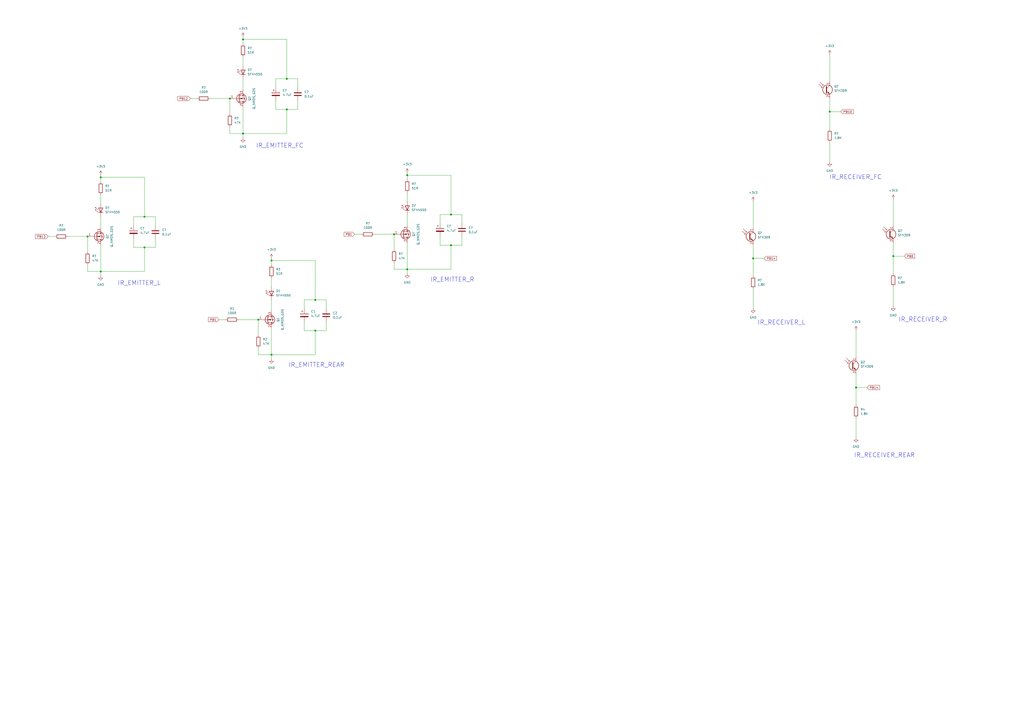
<source format=kicad_sch>
(kicad_sch (version 20250114) (generator "eeschema") (generator_version "9.0")
  (paper "A2")
  (lib_symbols
    (symbol "Device:C" (pin_numbers (hide yes)) (pin_names (offset 0.254))
      (property "Reference" "C" (at 0.635 2.54 0))
      (property "Value" "C" (at 0.635 -2.54 0))
      (symbol "C_0_1"
        (polyline (pts (xy -2.032 0.762) (xy 2.032 0.762)) (stroke (width 0.508)))
        (polyline (pts (xy -2.032 -0.762) (xy 2.032 -0.762)) (stroke (width 0.508)))
      )
      (symbol "C_1_1"
        (pin passive line (at 0 3.81 270) (length 2.794) (name "~") (number "1"))
        (pin passive line (at 0 -3.81 90) (length 2.794) (name "~") (number "2"))
      )
    )
    (symbol "Device:C_Polarized" (pin_numbers (hide yes)) (pin_names (offset 0.254))
      (property "Reference" "C" (at 0.635 2.54 0))
      (property "Value" "C_Polarized" (at 0.635 -2.54 0))
      (symbol "C_Polarized_0_1"
        (rectangle (start -2.286 0.508) (end 2.286 1.016))
        (polyline (pts (xy -1.778 2.286) (xy -0.762 2.286)))
        (polyline (pts (xy -1.27 2.794) (xy -1.27 1.778)))
        (rectangle (start 2.286 -0.508) (end -2.286 -1.016) (fill (type outline)))
      )
      (symbol "C_Polarized_1_1"
        (pin passive line (at 0 3.81 270) (length 2.794) (name "~") (number "1"))
        (pin passive line (at 0 -3.81 90) (length 2.794) (name "~") (number "2"))
      )
    )
    (symbol "Device:R" (pin_numbers (hide yes)) (pin_names (offset 0))
      (property "Reference" "R" (at 2.032 0 90))
      (property "Value" "R" (at 0 0 90))
      (symbol "R_0_1"
        (rectangle (start -1.016 -2.54) (end 1.016 2.54) (stroke (width 0.254)))
      )
      (symbol "R_1_1"
        (pin passive line (at 0 3.81 270) (length 1.27) (name "~") (number "1"))
        (pin passive line (at 0 -3.81 90) (length 1.27) (name "~") (number "2"))
      )
    )
    (symbol "LED:SFH4550" (pin_numbers (hide yes)) (pin_names (offset 1.016) (hide yes))
      (property "Reference" "D" (at 0.508 1.778 0))
      (property "Value" "SFH4550" (at -1.016 -2.794 0))
      (symbol "SFH4550_0_1"
        (polyline (pts (xy -2.54 1.27) (xy -2.54 -1.27)) (stroke (width 0.254)))
        (polyline (pts (xy -2.413 1.651) (xy -0.889 3.175) (xy -0.889 2.667) (xy -0.889 3.175) (xy -1.397 3.175)))
        (polyline (pts (xy -1.143 1.651) (xy 0.381 3.175) (xy 0.381 2.667)))
        (polyline (pts (xy 0 0) (xy -2.54 0)))
        (polyline (pts (xy 0 -1.27) (xy -2.54 0) (xy 0 1.27) (xy 0 -1.27)) (stroke (width 0.254)))
        (polyline (pts (xy 0.381 3.175) (xy -0.127 3.175)))
      )
      (symbol "SFH4550_1_1"
        (pin passive line (at -5.08 0 0) (length 2.54) (name "K") (number "1"))
        (pin passive line (at 2.54 0 180) (length 2.54) (name "A") (number "2"))
      )
    )
    (symbol "Sensor_Optical:SFH309" (pin_names (offset 0) (hide yes))
      (property "Reference" "Q" (at 5.08 1.27 0))
      (property "Value" "SFH309" (at 5.08 -1.27 0))
      (symbol "SFH309_0_1"
        (polyline (pts (xy -3.81 3.175) (xy -1.905 1.27) (xy -1.905 1.905)))
        (polyline (pts (xy -3.175 4.445) (xy -1.27 2.54) (xy -1.27 3.175)))
        (polyline (pts (xy -1.905 1.27) (xy -2.54 1.27)))
        (polyline (pts (xy -1.27 2.54) (xy -1.905 2.54)))
        (polyline (pts (xy 0.635 1.905) (xy 0.635 -1.905)) (stroke (width 0.508)))
        (polyline (pts (xy 0.635 0.635) (xy 2.54 2.54)))
        (polyline (pts (xy 0.635 -0.635) (xy 2.54 -2.54)))
        (circle (center 1.27 0) (radius 2.8194) (stroke (width 0.254)))
        (polyline (pts (xy 1.27 -1.778) (xy 1.778 -1.27) (xy 2.286 -2.286) (xy 1.27 -1.778)) (fill (type outline)))
      )
      (symbol "SFH309_1_1"
        (pin passive line (at 2.54 5.08 270) (length 2.54) (name "C") (number "1"))
        (pin passive line (at 2.54 -5.08 90) (length 2.54) (name "E") (number "2"))
      )
    )
    (symbol "Transistor_FET:Q_NMOS_GDS" (pin_names (offset 0) (hide yes))
      (property "Reference" "Q" (at 5.08 1.905 0))
      (property "Value" "Q_NMOS_GDS" (at 5.08 0 0))
      (symbol "Q_NMOS_GDS_0_1"
        (polyline (pts (xy 0.254 1.905) (xy 0.254 -1.905)) (stroke (width 0.254)))
        (polyline (pts (xy 0.254 0) (xy -2.54 0)))
        (polyline (pts (xy 0.762 2.286) (xy 0.762 1.27)) (stroke (width 0.254)))
        (polyline (pts (xy 0.762 0.508) (xy 0.762 -0.508)) (stroke (width 0.254)))
        (polyline (pts (xy 0.762 -1.27) (xy 0.762 -2.286)) (stroke (width 0.254)))
        (polyline (pts (xy 0.762 -1.778) (xy 3.302 -1.778) (xy 3.302 1.778) (xy 0.762 1.778)))
        (polyline (pts (xy 1.016 0) (xy 2.032 0.381) (xy 2.032 -0.381) (xy 1.016 0)) (fill (type outline)))
        (circle (center 1.651 0) (radius 2.794) (stroke (width 0.254)))
        (polyline (pts (xy 2.54 2.54) (xy 2.54 1.778)))
        (circle (center 2.54 1.778) (radius 0.254) (fill (type outline)))
        (circle (center 2.54 -1.778) (radius 0.254) (fill (type outline)))
        (polyline (pts (xy 2.54 -2.54) (xy 2.54 0) (xy 0.762 0)))
        (polyline (pts (xy 2.921 0.381) (xy 3.683 0.381)))
        (polyline (pts (xy 3.302 0.381) (xy 2.921 -0.254) (xy 3.683 -0.254) (xy 3.302 0.381)))
      )
      (symbol "Q_NMOS_GDS_1_1"
        (pin input line (at -5.08 0 0) (length 2.54) (name "G") (number "1"))
        (pin passive line (at 2.54 5.08 270) (length 2.54) (name "D") (number "2"))
        (pin passive line (at 2.54 -5.08 90) (length 2.54) (name "S") (number "3"))
      )
    )
    (symbol "power:+3V3" (power) (pin_numbers (hide yes)) (pin_names (offset 0) (hide yes))
      (property "Value" "+3V3" (at 0 3.556 0))
      (symbol "+3V3_0_1"
        (polyline (pts (xy -0.762 1.27) (xy 0 2.54)))
        (polyline (pts (xy 0 2.54) (xy 0.762 1.27)))
        (polyline (pts (xy 0 0) (xy 0 2.54)))
      )
      (symbol "+3V3_1_1"
        (pin power_in line (at 0 0 90) (length 0) (name "~") (number "1"))
      )
    )
    (symbol "power:GND" (power) (pin_numbers (hide yes)) (pin_names (offset 0) (hide yes))
      (property "Value" "GND" (at 0 -3.81 0))
      (symbol "GND_0_1"
        (polyline (pts (xy 0 0) (xy 0 -1.27) (xy 1.27 -1.27) (xy 0 -2.54) (xy -1.27 -1.27) (xy 0 -1.27)))
      )
      (symbol "GND_1_1"
        (pin power_in line (at 0 0 270) (length 0) (name "~") (number "1"))
      )
    )
  )
  (text "IR_RECEIVER_FC\n\n" (at 496.316 104.902 0) (effects (font (size 2.54 2.54))))
  (text "IR_RECEIVER_L\n\n" (at 453.39 189.23 0) (effects (font (size 2.54 2.54))))
  (text "IR_EMITTER_FC\n" (at 162.306 84.582 0) (effects (font (size 2.54 2.54))))
  (text "IR_RECEIVER_R\n\n" (at 535.432 187.452 0) (effects (font (size 2.54 2.54))))
  (text "IR_EMITTER_REAR\n\n" (at 183.642 213.868 0) (effects (font (size 2.54 2.54))))
  (text "IR_EMITTER_R\n\n" (at 262.382 164.338 0) (effects (font (size 2.54 2.54))))
  (text "IR_RECEIVER_REAR" (at 513.08 264.16 0) (effects (font (size 2.54 2.54))))
  (text "IR_EMITTER_L\n\n" (at 80.772 166.37 0) (effects (font (size 2.54 2.54))))
  (junction (at 496.57 224.79))
  (junction (at 58.42 157.48))
  (junction (at 140.97 77.47))
  (junction (at 140.97 22.86))
  (junction (at 228.6 135.89))
  (junction (at 518.16 148.59))
  (junction (at 58.42 102.87))
  (junction (at 149.86 185.42))
  (junction (at 436.88 149.86))
  (junction (at 166.37 45.72))
  (junction (at 481.33 64.77))
  (junction (at 261.62 124.46))
  (junction (at 236.22 101.6))
  (junction (at 133.35 57.15))
  (junction (at 166.37 63.5))
  (junction (at 83.82 143.51))
  (junction (at 261.62 142.24))
  (junction (at 157.48 205.74))
  (junction (at 83.82 125.73))
  (junction (at 50.8 137.16))
  (junction (at 236.22 156.21))
  (junction (at 182.88 191.77))
  (junction (at 182.88 173.99))
  (junction (at 157.48 151.13))
  (wire (pts (xy 261.62 142.24) (xy 261.62 156.21)))
  (wire (pts (xy 182.88 173.99) (xy 189.23 173.99)))
  (wire (pts (xy 133.35 73.66) (xy 133.35 77.47)))
  (wire (pts (xy 436.88 149.86) (xy 436.88 160.02)))
  (wire (pts (xy 50.8 157.48) (xy 58.42 157.48)))
  (wire (pts (xy 58.42 113.03) (xy 58.42 118.11)))
  (wire (pts (xy 236.22 124.46) (xy 236.22 130.81)))
  (wire (pts (xy 133.35 66.04) (xy 133.35 57.15)))
  (wire (pts (xy 172.72 45.72) (xy 172.72 50.8)))
  (wire (pts (xy 110.49 57.15) (xy 114.3 57.15)))
  (wire (pts (xy 228.6 152.4) (xy 228.6 156.21)))
  (wire (pts (xy 166.37 63.5) (xy 166.37 77.47)))
  (wire (pts (xy 182.88 205.74) (xy 157.48 205.74)))
  (wire (pts (xy 77.47 138.43) (xy 77.47 143.51)))
  (wire (pts (xy 518.16 166.37) (xy 518.16 177.8)))
  (wire (pts (xy 157.48 173.99) (xy 157.48 180.34)))
  (wire (pts (xy 58.42 157.48) (xy 58.42 160.02)))
  (wire (pts (xy 176.53 179.07) (xy 176.53 173.99)))
  (wire (pts (xy 149.86 201.93) (xy 149.86 205.74)))
  (wire (pts (xy 176.53 173.99) (xy 182.88 173.99)))
  (wire (pts (xy 261.62 156.21) (xy 236.22 156.21)))
  (wire (pts (xy 518.16 148.59) (xy 524.51 148.59)))
  (wire (pts (xy 140.97 62.23) (xy 140.97 77.47)))
  (wire (pts (xy 149.86 194.31) (xy 149.86 185.42)))
  (wire (pts (xy 481.33 64.77) (xy 487.68 64.77)))
  (wire (pts (xy 182.88 191.77) (xy 176.53 191.77)))
  (wire (pts (xy 157.48 161.29) (xy 157.48 166.37)))
  (wire (pts (xy 236.22 101.6) (xy 261.62 101.6)))
  (wire (pts (xy 140.97 22.86) (xy 140.97 25.4)))
  (wire (pts (xy 205.74 135.89) (xy 209.55 135.89)))
  (wire (pts (xy 189.23 173.99) (xy 189.23 179.07)))
  (wire (pts (xy 217.17 135.89) (xy 228.6 135.89)))
  (wire (pts (xy 27.94 137.16) (xy 31.75 137.16)))
  (wire (pts (xy 518.16 115.57) (xy 518.16 130.81)))
  (wire (pts (xy 50.8 146.05) (xy 50.8 137.16)))
  (wire (pts (xy 140.97 22.86) (xy 166.37 22.86)))
  (wire (pts (xy 157.48 190.5) (xy 157.48 205.74)))
  (wire (pts (xy 166.37 45.72) (xy 172.72 45.72)))
  (wire (pts (xy 157.48 151.13) (xy 157.48 153.67)))
  (wire (pts (xy 166.37 22.86) (xy 166.37 45.72)))
  (wire (pts (xy 267.97 124.46) (xy 267.97 129.54)))
  (wire (pts (xy 236.22 156.21) (xy 236.22 158.75)))
  (wire (pts (xy 166.37 63.5) (xy 160.02 63.5)))
  (wire (pts (xy 149.86 205.74) (xy 157.48 205.74)))
  (wire (pts (xy 496.57 191.77) (xy 496.57 207.01)))
  (wire (pts (xy 58.42 142.24) (xy 58.42 157.48)))
  (wire (pts (xy 189.23 191.77) (xy 182.88 191.77)))
  (wire (pts (xy 133.35 77.47) (xy 140.97 77.47)))
  (wire (pts (xy 160.02 45.72) (xy 166.37 45.72)))
  (wire (pts (xy 481.33 64.77) (xy 481.33 74.93)))
  (wire (pts (xy 189.23 186.69) (xy 189.23 191.77)))
  (wire (pts (xy 182.88 151.13) (xy 182.88 173.99)))
  (wire (pts (xy 496.57 242.57) (xy 496.57 254)))
  (wire (pts (xy 90.17 125.73) (xy 90.17 130.81)))
  (wire (pts (xy 140.97 33.02) (xy 140.97 38.1)))
  (wire (pts (xy 140.97 21.59) (xy 140.97 22.86)))
  (wire (pts (xy 121.92 57.15) (xy 133.35 57.15)))
  (wire (pts (xy 83.82 157.48) (xy 58.42 157.48)))
  (wire (pts (xy 176.53 186.69) (xy 176.53 191.77)))
  (wire (pts (xy 58.42 102.87) (xy 58.42 105.41)))
  (wire (pts (xy 255.27 137.16) (xy 255.27 142.24)))
  (wire (pts (xy 261.62 124.46) (xy 267.97 124.46)))
  (wire (pts (xy 83.82 143.51) (xy 77.47 143.51)))
  (wire (pts (xy 481.33 57.15) (xy 481.33 64.77)))
  (wire (pts (xy 496.57 224.79) (xy 502.92 224.79)))
  (wire (pts (xy 236.22 100.33) (xy 236.22 101.6)))
  (wire (pts (xy 261.62 101.6) (xy 261.62 124.46)))
  (wire (pts (xy 182.88 191.77) (xy 182.88 205.74)))
  (wire (pts (xy 236.22 111.76) (xy 236.22 116.84)))
  (wire (pts (xy 267.97 137.16) (xy 267.97 142.24)))
  (wire (pts (xy 160.02 58.42) (xy 160.02 63.5)))
  (wire (pts (xy 58.42 101.6) (xy 58.42 102.87)))
  (wire (pts (xy 436.88 167.64) (xy 436.88 179.07)))
  (wire (pts (xy 172.72 63.5) (xy 166.37 63.5)))
  (wire (pts (xy 236.22 140.97) (xy 236.22 156.21)))
  (wire (pts (xy 518.16 140.97) (xy 518.16 148.59)))
  (wire (pts (xy 166.37 77.47) (xy 140.97 77.47)))
  (wire (pts (xy 90.17 143.51) (xy 83.82 143.51)))
  (wire (pts (xy 267.97 142.24) (xy 261.62 142.24)))
  (wire (pts (xy 481.33 82.55) (xy 481.33 93.98)))
  (wire (pts (xy 157.48 205.74) (xy 157.48 208.28)))
  (wire (pts (xy 261.62 142.24) (xy 255.27 142.24)))
  (wire (pts (xy 436.88 149.86) (xy 443.23 149.86)))
  (wire (pts (xy 255.27 124.46) (xy 261.62 124.46)))
  (wire (pts (xy 39.37 137.16) (xy 50.8 137.16)))
  (wire (pts (xy 83.82 143.51) (xy 83.82 157.48)))
  (wire (pts (xy 255.27 129.54) (xy 255.27 124.46)))
  (wire (pts (xy 228.6 156.21) (xy 236.22 156.21)))
  (wire (pts (xy 58.42 102.87) (xy 83.82 102.87)))
  (wire (pts (xy 83.82 125.73) (xy 90.17 125.73)))
  (wire (pts (xy 160.02 50.8) (xy 160.02 45.72)))
  (wire (pts (xy 140.97 45.72) (xy 140.97 52.07)))
  (wire (pts (xy 172.72 58.42) (xy 172.72 63.5)))
  (wire (pts (xy 77.47 125.73) (xy 83.82 125.73)))
  (wire (pts (xy 58.42 125.73) (xy 58.42 132.08)))
  (wire (pts (xy 90.17 138.43) (xy 90.17 143.51)))
  (wire (pts (xy 138.43 185.42) (xy 149.86 185.42)))
  (wire (pts (xy 83.82 102.87) (xy 83.82 125.73)))
  (wire (pts (xy 127 185.42) (xy 130.81 185.42)))
  (wire (pts (xy 436.88 142.24) (xy 436.88 149.86)))
  (wire (pts (xy 481.33 31.75) (xy 481.33 46.99)))
  (wire (pts (xy 518.16 148.59) (xy 518.16 158.75)))
  (wire (pts (xy 496.57 217.17) (xy 496.57 224.79)))
  (wire (pts (xy 50.8 153.67) (xy 50.8 157.48)))
  (wire (pts (xy 436.88 116.84) (xy 436.88 132.08)))
  (wire (pts (xy 228.6 144.78) (xy 228.6 135.89)))
  (wire (pts (xy 496.57 224.79) (xy 496.57 234.95)))
  (wire (pts (xy 236.22 101.6) (xy 236.22 104.14)))
  (wire (pts (xy 157.48 151.13) (xy 182.88 151.13)))
  (wire (pts (xy 157.48 149.86) (xy 157.48 151.13)))
  (wire (pts (xy 77.47 130.81) (xy 77.47 125.73)))
  (wire (pts (xy 140.97 77.47) (xy 140.97 80.01)))
  (global_label "PB12" (shape input) (at 110.49 57.15 180) (property "Intersheetrefs" "${INTERSHEET_REFS}" (effects (hide yes))))
  (global_label "PB13" (shape input) (at 27.94 137.16 180) (property "Intersheetrefs" "${INTERSHEET_REFS}" (effects (hide yes))))
  (global_label "PB10" (shape input) (at 487.68 64.77 0) (property "Intersheetrefs" "${INTERSHEET_REFS}" (effects (hide yes))))
  (global_label "PB14" (shape input) (at 502.92 224.79 0) (property "Intersheetrefs" "${INTERSHEET_REFS}" (effects (hide yes))))
  (global_label "PB0" (shape input) (at 524.51 148.59 0) (property "Intersheetrefs" "${INTERSHEET_REFS}" (effects (hide yes))))
  (global_label "PB1" (shape input) (at 127 185.42 180) (property "Intersheetrefs" "${INTERSHEET_REFS}" (effects (hide yes))))
  (global_label "PB14" (shape input) (at 443.23 149.86 0) (property "Intersheetrefs" "${INTERSHEET_REFS}" (effects (hide yes))))
  (global_label "PB1" (shape input) (at 205.74 135.89 180) (property "Intersheetrefs" "${INTERSHEET_REFS}" (effects (hide yes))))
  (symbol (lib_id "power:+3V3") (at 140.97 21.59 0) (unit 1)
    (property "Reference" "#PWR?" (effects (hide yes)))
    (property "Value" "+3V3" (at 140.97 16.51 0))
    (property "Description" "Power symbol creates a global label with name \"+3V3\"" (effects (hide yes)))
  )
  (symbol (lib_id "Device:R") (at 134.62 185.42 90) (unit 1)
    (property "Reference" "R1" (at 134.62 179.07 90))
    (property "Value" "100R" (at 134.62 181.61 90))
    (property "Footprint" "Resistor_SMD:R_0603_1608Metric" (effects (hide yes)))
    (property "Datasheet" "kicad-embed://RK73H.pdf" (effects (hide yes)))
    (property "Description" "Resistor" (effects (hide yes)))
  )
  (symbol (lib_id "Device:C") (at 90.17 134.62 0) (unit 1)
    (property "Reference" "C?" (at 93.98 133.3499 0) (effects (justify left)))
    (property "Value" "0.1uF" (at 93.98 135.8899 0) (effects (justify left)))
    (property "Footprint" "Capacitor_SMD:C_0603_1608Metric" (effects (hide yes)))
    (property "Datasheet" "kicad-embed://CC0603KRX7R7BB104.pdf" (effects (hide yes)))
    (property "Description" "Unpolarized capacitor" (effects (hide yes)))
  )
  (symbol (lib_id "Device:R") (at 149.86 198.12 0) (unit 1)
    (property "Reference" "R2" (at 152.4 196.8499 0) (effects (justify left)))
    (property "Value" "47K" (at 152.4 199.3899 0) (effects (justify left)))
    (property "Footprint" "Resistor_SMD:R_0603_1608Metric" (effects (hide yes)))
    (property "Datasheet" "kicad-embed://dcrcwe3.pdf" (effects (hide yes)))
    (property "Description" "Resistor" (effects (hide yes)))
  )
  (symbol (lib_id "power:GND") (at 58.42 160.02 0) (unit 1)
    (property "Reference" "#PWR?" (effects (hide yes)))
    (property "Value" "GND" (at 58.42 165.1 0))
    (property "Description" "Power symbol creates a global label with name \"GND\" , ground" (effects (hide yes)))
  )
  (symbol (lib_id "Device:R") (at 213.36 135.89 90) (unit 1)
    (property "Reference" "R?" (at 213.36 129.54 90))
    (property "Value" "100R" (at 213.36 132.08 90))
    (property "Footprint" "Resistor_SMD:R_0603_1608Metric" (effects (hide yes)))
    (property "Datasheet" "kicad-embed://RK73H.pdf" (effects (hide yes)))
    (property "Description" "Resistor" (effects (hide yes)))
  )
  (symbol (lib_id "Sensor_Optical:SFH309") (at 478.79 52.07 0) (unit 1)
    (property "Reference" "Q?" (at 483.87 50.0506 0) (effects (justify left)))
    (property "Value" "SFH309" (at 483.87 52.5906 0) (effects (justify left)))
    (property "Footprint" "LED_THT:LED_D3.0mm_Clear" (effects (hide yes)))
    (property "Datasheet" "kicad-embed://SFH 309_EN.pdf" (effects (hide yes)))
    (property "Description" "Phototransistor NPN" (effects (hide yes)))
  )
  (symbol (lib_id "power:+3V3") (at 518.16 115.57 0) (unit 1)
    (property "Reference" "#PWR?" (effects (hide yes)))
    (property "Value" "+3V3" (at 518.16 110.49 0))
    (property "Description" "Power symbol creates a global label with name \"+3V3\"" (effects (hide yes)))
  )
  (symbol (lib_id "power:+3V3") (at 157.48 149.86 0) (unit 1)
    (property "Reference" "#PWR01" (effects (hide yes)))
    (property "Value" "+3V3" (at 157.48 144.78 0))
    (property "Description" "Power symbol creates a global label with name \"+3V3\"" (effects (hide yes)))
  )
  (symbol (lib_id "Transistor_FET:Q_NMOS_GDS") (at 55.88 137.16 0) (mirror x) (unit 1)
    (property "Reference" "Q?" (at 62.23 137.16 90))
    (property "Value" "Q_NMOS_GDS" (at 64.77 137.16 90))
    (property "Footprint" "Package_TO_SOT_SMD:SOT-23" (effects (hide yes)))
    (property "Datasheet" "kicad-embed://BSS138LT1-D.PDF" (effects (hide yes)))
    (property "Description" "N-MOSFET transistor, gate/drain/source" (effects (hide yes)))
  )
  (symbol (lib_id "Sensor_Optical:SFH309") (at 494.03 212.09 0) (unit 1)
    (property "Reference" "Q2" (at 499.11 210.0706 0) (effects (justify left)))
    (property "Value" "SFH309" (at 499.11 212.6106 0) (effects (justify left)))
    (property "Footprint" "LED_THT:LED_D3.0mm_Clear" (effects (hide yes)))
    (property "Datasheet" "kicad-embed://SFH 309_EN.pdf" (effects (hide yes)))
    (property "Description" "Phototransistor NPN" (effects (hide yes)))
  )
  (symbol (lib_id "power:GND") (at 481.33 93.98 0) (unit 1)
    (property "Reference" "#PWR?" (effects (hide yes)))
    (property "Value" "GND" (at 481.33 99.06 0))
    (property "Description" "Power symbol creates a global label with name \"GND\" , ground" (effects (hide yes)))
  )
  (symbol (lib_id "power:GND") (at 518.16 177.8 0) (unit 1)
    (property "Reference" "#PWR?" (effects (hide yes)))
    (property "Value" "GND" (at 518.16 182.88 0))
    (property "Description" "Power symbol creates a global label with name \"GND\" , ground" (effects (hide yes)))
  )
  (symbol (lib_id "Device:R") (at 157.48 157.48 0) (unit 1)
    (property "Reference" "R3" (at 160.02 156.2099 0) (effects (justify left)))
    (property "Value" "51R" (at 160.02 158.7499 0) (effects (justify left)))
    (property "Footprint" "Resistor_SMD:R_0603_1608Metric" (effects (hide yes)))
    (property "Datasheet" "kicad-embed://RK73H.pdf" (effects (hide yes)))
    (property "Description" "Resistor" (effects (hide yes)))
  )
  (symbol (lib_id "LED:SFH4550") (at 157.48 168.91 90) (unit 1)
    (property "Reference" "D1" (at 160.02 168.7829 90) (effects (justify right)))
    (property "Value" "SFH4550" (at 160.02 171.3229 90) (effects (justify right)))
    (property "Footprint" "LED_THT:LED_D5.0mm_IRGrey" (effects (hide yes)))
    (property "Datasheet" "kicad-embed://SFH 4550_EN datasheet.pdf" (effects (hide yes)))
    (property "Description" "950nm High-Power IR-LED, 5mm" (effects (hide yes)))
  )
  (symbol (lib_id "Transistor_FET:Q_NMOS_GDS") (at 154.94 185.42 0) (mirror x) (unit 1)
    (property "Reference" "Q1" (at 161.29 185.42 90))
    (property "Value" "Q_NMOS_GDS" (at 163.83 185.42 90))
    (property "Footprint" "Package_TO_SOT_SMD:SOT-23" (effects (hide yes)))
    (property "Datasheet" "kicad-embed://BSS138LT1-D.PDF" (effects (hide yes)))
    (property "Description" "N-MOSFET transistor, gate/drain/source" (effects (hide yes)))
  )
  (symbol (lib_id "power:+3V3") (at 58.42 101.6 0) (unit 1)
    (property "Reference" "#PWR?" (effects (hide yes)))
    (property "Value" "+3V3" (at 58.42 96.52 0))
    (property "Description" "Power symbol creates a global label with name \"+3V3\"" (effects (hide yes)))
  )
  (symbol (lib_id "Device:R") (at 481.33 78.74 0) (unit 1)
    (property "Reference" "R?" (at 483.87 77.4699 0) (effects (justify left)))
    (property "Value" "1.8K" (at 483.87 80.0099 0) (effects (justify left)))
    (property "Footprint" "Resistor_SMD:R_0603_1608Metric" (effects (hide yes)))
    (property "Datasheet" "kicad-embed://dcrcwe3.pdf" (effects (hide yes)))
    (property "Description" "Resistor" (effects (hide yes)))
  )
  (symbol (lib_id "Device:R") (at 496.57 238.76 0) (unit 1)
    (property "Reference" "R4" (at 499.11 237.4899 0) (effects (justify left)))
    (property "Value" "1.8K" (at 499.11 240.0299 0) (effects (justify left)))
    (property "Footprint" "Resistor_SMD:R_0603_1608Metric" (effects (hide yes)))
    (property "Datasheet" "kicad-embed://dcrcwe3.pdf" (effects (hide yes)))
    (property "Description" "Resistor" (effects (hide yes)))
  )
  (symbol (lib_id "LED:SFH4550") (at 58.42 120.65 90) (unit 1)
    (property "Reference" "D?" (at 60.96 120.5229 90) (effects (justify right)))
    (property "Value" "SFH4550" (at 60.96 123.0629 90) (effects (justify right)))
    (property "Footprint" "LED_THT:LED_D5.0mm_IRGrey" (effects (hide yes)))
    (property "Datasheet" "kicad-embed://SFH 4550_EN datasheet.pdf" (effects (hide yes)))
    (property "Description" "950nm High-Power IR-LED, 5mm" (effects (hide yes)))
  )
  (symbol (lib_id "Device:R") (at 236.22 107.95 0) (unit 1)
    (property "Reference" "R?" (at 238.76 106.6799 0) (effects (justify left)))
    (property "Value" "51R" (at 238.76 109.2199 0) (effects (justify left)))
    (property "Footprint" "Resistor_SMD:R_0603_1608Metric" (effects (hide yes)))
    (property "Datasheet" "kicad-embed://RK73H.pdf" (effects (hide yes)))
    (property "Description" "Resistor" (effects (hide yes)))
  )
  (symbol (lib_id "LED:SFH4550") (at 140.97 40.64 90) (unit 1)
    (property "Reference" "D?" (at 143.51 40.5129 90) (effects (justify right)))
    (property "Value" "SFH4550" (at 143.51 43.0529 90) (effects (justify right)))
    (property "Footprint" "LED_THT:LED_D5.0mm_IRGrey" (effects (hide yes)))
    (property "Datasheet" "kicad-embed://SFH 4550_EN datasheet.pdf" (effects (hide yes)))
    (property "Description" "950nm High-Power IR-LED, 5mm" (effects (hide yes)))
  )
  (symbol (lib_id "power:+3V3") (at 496.57 191.77 0) (unit 1)
    (property "Reference" "#PWR03" (effects (hide yes)))
    (property "Value" "+3V3" (at 496.57 186.69 0))
    (property "Description" "Power symbol creates a global label with name \"+3V3\"" (effects (hide yes)))
  )
  (symbol (lib_id "Device:R") (at 118.11 57.15 90) (unit 1)
    (property "Reference" "R?" (at 118.11 50.8 90))
    (property "Value" "100R" (at 118.11 53.34 90))
    (property "Footprint" "Resistor_SMD:R_0603_1608Metric" (effects (hide yes)))
    (property "Datasheet" "kicad-embed://RK73H.pdf" (effects (hide yes)))
    (property "Description" "Resistor" (effects (hide yes)))
  )
  (symbol (lib_id "Device:C_Polarized") (at 176.53 182.88 0) (unit 1)
    (property "Reference" "C1" (at 180.34 180.7209 0) (effects (justify left)))
    (property "Value" "4.7uF" (at 180.34 183.2609 0) (effects (justify left)))
    (property "Footprint" "Capacitor_THT:CP_Radial_D4.0mm_P1.50mm" (effects (hide yes)))
    (property "Datasheet" "kicad-embed://ABA0000C1056.pdf" (effects (hide yes)))
    (property "Description" "Polarized capacitor" (effects (hide yes)))
  )
  (symbol (lib_id "Device:C") (at 172.72 54.61 0) (unit 1)
    (property "Reference" "C?" (at 176.53 53.3399 0) (effects (justify left)))
    (property "Value" "0.1uF" (at 176.53 55.8799 0) (effects (justify left)))
    (property "Footprint" "Capacitor_SMD:C_0603_1608Metric" (effects (hide yes)))
    (property "Datasheet" "kicad-embed://CC0603KRX7R7BB104.pdf" (effects (hide yes)))
    (property "Description" "Unpolarized capacitor" (effects (hide yes)))
  )
  (symbol (lib_id "Device:C_Polarized") (at 255.27 133.35 0) (unit 1)
    (property "Reference" "C?" (at 259.08 131.1909 0) (effects (justify left)))
    (property "Value" "4.7uF" (at 259.08 133.7309 0) (effects (justify left)))
    (property "Footprint" "Capacitor_THT:CP_Radial_D4.0mm_P1.50mm" (effects (hide yes)))
    (property "Datasheet" "kicad-embed://ABA0000C1056.pdf" (effects (hide yes)))
    (property "Description" "Polarized capacitor" (effects (hide yes)))
  )
  (symbol (lib_id "Sensor_Optical:SFH309") (at 434.34 137.16 0) (unit 1)
    (property "Reference" "Q?" (at 439.42 135.1406 0) (effects (justify left)))
    (property "Value" "SFH309" (at 439.42 137.6806 0) (effects (justify left)))
    (property "Footprint" "LED_THT:LED_D3.0mm_Clear" (effects (hide yes)))
    (property "Datasheet" "kicad-embed://SFH 309_EN.pdf" (effects (hide yes)))
    (property "Description" "Phototransistor NPN" (effects (hide yes)))
  )
  (symbol (lib_id "Transistor_FET:Q_NMOS_GDS") (at 138.43 57.15 0) (mirror x) (unit 1)
    (property "Reference" "Q?" (at 144.78 57.15 90))
    (property "Value" "Q_NMOS_GDS" (at 147.32 57.15 90))
    (property "Footprint" "Package_TO_SOT_SMD:SOT-23" (effects (hide yes)))
    (property "Datasheet" "kicad-embed://BSS138LT1-D.PDF" (effects (hide yes)))
    (property "Description" "N-MOSFET transistor, gate/drain/source" (effects (hide yes)))
  )
  (symbol (lib_id "Device:R") (at 518.16 162.56 0) (unit 1)
    (property "Reference" "R?" (at 520.7 161.2899 0) (effects (justify left)))
    (property "Value" "1.8K" (at 520.7 163.8299 0) (effects (justify left)))
    (property "Footprint" "Resistor_SMD:R_0603_1608Metric" (effects (hide yes)))
    (property "Datasheet" "kicad-embed://dcrcwe3.pdf" (effects (hide yes)))
    (property "Description" "Resistor" (effects (hide yes)))
  )
  (symbol (lib_id "Device:C_Polarized") (at 77.47 134.62 0) (unit 1)
    (property "Reference" "C?" (at 81.28 132.4609 0) (effects (justify left)))
    (property "Value" "4.7uF" (at 81.28 135.0009 0) (effects (justify left)))
    (property "Footprint" "Capacitor_THT:CP_Radial_D4.0mm_P1.50mm" (effects (hide yes)))
    (property "Datasheet" "kicad-embed://ABA0000C1056.pdf" (effects (hide yes)))
    (property "Description" "Polarized capacitor" (effects (hide yes)))
  )
  (symbol (lib_id "LED:SFH4550") (at 236.22 119.38 90) (unit 1)
    (property "Reference" "D?" (at 238.76 119.2529 90) (effects (justify right)))
    (property "Value" "SFH4550" (at 238.76 121.7929 90) (effects (justify right)))
    (property "Footprint" "LED_THT:LED_D5.0mm_IRGrey" (effects (hide yes)))
    (property "Datasheet" "kicad-embed://SFH 4550_EN datasheet.pdf" (effects (hide yes)))
    (property "Description" "950nm High-Power IR-LED, 5mm" (effects (hide yes)))
  )
  (symbol (lib_id "Device:C") (at 189.23 182.88 0) (unit 1)
    (property "Reference" "C2" (at 193.04 181.6099 0) (effects (justify left)))
    (property "Value" "0.1uF" (at 193.04 184.1499 0) (effects (justify left)))
    (property "Footprint" "Capacitor_SMD:C_0603_1608Metric" (effects (hide yes)))
    (property "Datasheet" "kicad-embed://CC0603KRX7R7BB104.pdf" (effects (hide yes)))
    (property "Description" "Unpolarized capacitor" (effects (hide yes)))
  )
  (symbol (lib_id "power:GND") (at 236.22 158.75 0) (unit 1)
    (property "Reference" "#PWR?" (effects (hide yes)))
    (property "Value" "GND" (at 236.22 163.83 0))
    (property "Description" "Power symbol creates a global label with name \"GND\" , ground" (effects (hide yes)))
  )
  (symbol (lib_id "power:+3V3") (at 436.88 116.84 0) (unit 1)
    (property "Reference" "#PWR?" (effects (hide yes)))
    (property "Value" "+3V3" (at 436.88 111.76 0))
    (property "Description" "Power symbol creates a global label with name \"+3V3\"" (effects (hide yes)))
  )
  (symbol (lib_id "power:GND") (at 436.88 179.07 0) (unit 1)
    (property "Reference" "#PWR?" (effects (hide yes)))
    (property "Value" "GND" (at 436.88 184.15 0))
    (property "Description" "Power symbol creates a global label with name \"GND\" , ground" (effects (hide yes)))
  )
  (symbol (lib_id "power:+3V3") (at 236.22 100.33 0) (unit 1)
    (property "Reference" "#PWR?" (effects (hide yes)))
    (property "Value" "+3V3" (at 236.22 95.25 0))
    (property "Description" "Power symbol creates a global label with name \"+3V3\"" (effects (hide yes)))
  )
  (symbol (lib_id "Device:R") (at 133.35 69.85 0) (unit 1)
    (property "Reference" "R?" (at 135.89 68.5799 0) (effects (justify left)))
    (property "Value" "47K" (at 135.89 71.1199 0) (effects (justify left)))
    (property "Footprint" "Resistor_SMD:R_0603_1608Metric" (effects (hide yes)))
    (property "Datasheet" "kicad-embed://dcrcwe3.pdf" (effects (hide yes)))
    (property "Description" "Resistor" (effects (hide yes)))
  )
  (symbol (lib_id "Device:R") (at 436.88 163.83 0) (unit 1)
    (property "Reference" "R?" (at 439.42 162.5599 0) (effects (justify left)))
    (property "Value" "1.8K" (at 439.42 165.0999 0) (effects (justify left)))
    (property "Footprint" "Resistor_SMD:R_0603_1608Metric" (effects (hide yes)))
    (property "Datasheet" "kicad-embed://dcrcwe3.pdf" (effects (hide yes)))
    (property "Description" "Resistor" (effects (hide yes)))
  )
  (symbol (lib_id "Device:R") (at 140.97 29.21 0) (unit 1)
    (property "Reference" "R?" (at 143.51 27.9399 0) (effects (justify left)))
    (property "Value" "51R" (at 143.51 30.4799 0) (effects (justify left)))
    (property "Footprint" "Resistor_SMD:R_0603_1608Metric" (effects (hide yes)))
    (property "Datasheet" "kicad-embed://RK73H.pdf" (effects (hide yes)))
    (property "Description" "Resistor" (effects (hide yes)))
  )
  (symbol (lib_id "power:GND") (at 496.57 254 0) (unit 1)
    (property "Reference" "#PWR04" (effects (hide yes)))
    (property "Value" "GND" (at 496.57 259.08 0))
    (property "Description" "Power symbol creates a global label with name \"GND\" , ground" (effects (hide yes)))
  )
  (symbol (lib_id "power:GND") (at 157.48 208.28 0) (unit 1)
    (property "Reference" "#PWR02" (effects (hide yes)))
    (property "Value" "GND" (at 157.48 213.36 0))
    (property "Description" "Power symbol creates a global label with name \"GND\" , ground" (effects (hide yes)))
  )
  (symbol (lib_id "Device:R") (at 50.8 149.86 0) (unit 1)
    (property "Reference" "R?" (at 53.34 148.5899 0) (effects (justify left)))
    (property "Value" "47K" (at 53.34 151.1299 0) (effects (justify left)))
    (property "Footprint" "Resistor_SMD:R_0603_1608Metric" (effects (hide yes)))
    (property "Datasheet" "kicad-embed://dcrcwe3.pdf" (effects (hide yes)))
    (property "Description" "Resistor" (effects (hide yes)))
  )
  (symbol (lib_id "Device:R") (at 35.56 137.16 90) (unit 1)
    (property "Reference" "R?" (at 35.56 130.81 90))
    (property "Value" "100R" (at 35.56 133.35 90))
    (property "Footprint" "Resistor_SMD:R_0603_1608Metric" (effects (hide yes)))
    (property "Datasheet" "kicad-embed://RK73H.pdf" (effects (hide yes)))
    (property "Description" "Resistor" (effects (hide yes)))
  )
  (symbol (lib_id "Sensor_Optical:SFH309") (at 515.62 135.89 0) (unit 1)
    (property "Reference" "Q?" (at 520.7 133.8706 0) (effects (justify left)))
    (property "Value" "SFH309" (at 520.7 136.4106 0) (effects (justify left)))
    (property "Footprint" "LED_THT:LED_D3.0mm_Clear" (effects (hide yes)))
    (property "Datasheet" "kicad-embed://SFH 309_EN.pdf" (effects (hide yes)))
    (property "Description" "Phototransistor NPN" (effects (hide yes)))
  )
  (symbol (lib_id "Device:C_Polarized") (at 160.02 54.61 0) (unit 1)
    (property "Reference" "C?" (at 163.83 52.4509 0) (effects (justify left)))
    (property "Value" "4.7uF" (at 163.83 54.9909 0) (effects (justify left)))
    (property "Footprint" "Capacitor_THT:CP_Radial_D4.0mm_P1.50mm" (effects (hide yes)))
    (property "Datasheet" "kicad-embed://ABA0000C1056.pdf" (effects (hide yes)))
    (property "Description" "Polarized capacitor" (effects (hide yes)))
  )
  (symbol (lib_id "Device:R") (at 58.42 109.22 0) (unit 1)
    (property "Reference" "R?" (at 60.96 107.9499 0) (effects (justify left)))
    (property "Value" "51R" (at 60.96 110.4899 0) (effects (justify left)))
    (property "Footprint" "Resistor_SMD:R_0603_1608Metric" (effects (hide yes)))
    (property "Datasheet" "kicad-embed://RK73H.pdf" (effects (hide yes)))
    (property "Description" "Resistor" (effects (hide yes)))
  )
  (symbol (lib_id "Transistor_FET:Q_NMOS_GDS") (at 233.68 135.89 0) (mirror x) (unit 1)
    (property "Reference" "Q?" (at 240.03 135.89 90))
    (property "Value" "Q_NMOS_GDS" (at 242.57 135.89 90))
    (property "Footprint" "Package_TO_SOT_SMD:SOT-23" (effects (hide yes)))
    (property "Datasheet" "kicad-embed://BSS138LT1-D.PDF" (effects (hide yes)))
    (property "Description" "N-MOSFET transistor, gate/drain/source" (effects (hide yes)))
  )
  (symbol (lib_id "Device:R") (at 228.6 148.59 0) (unit 1)
    (property "Reference" "R?" (at 231.14 147.3199 0) (effects (justify left)))
    (property "Value" "47K" (at 231.14 149.8599 0) (effects (justify left)))
    (property "Footprint" "Resistor_SMD:R_0603_1608Metric" (effects (hide yes)))
    (property "Datasheet" "kicad-embed://dcrcwe3.pdf" (effects (hide yes)))
    (property "Description" "Resistor" (effects (hide yes)))
  )
  (symbol (lib_id "power:+3V3") (at 481.33 31.75 0) (unit 1)
    (property "Reference" "#PWR?" (effects (hide yes)))
    (property "Value" "+3V3" (at 481.33 26.67 0))
    (property "Description" "Power symbol creates a global label with name \"+3V3\"" (effects (hide yes)))
  )
  (symbol (lib_id "Device:C") (at 267.97 133.35 0) (unit 1)
    (property "Reference" "C?" (at 271.78 132.0799 0) (effects (justify left)))
    (property "Value" "0.1uF" (at 271.78 134.6199 0) (effects (justify left)))
    (property "Footprint" "Capacitor_SMD:C_0603_1608Metric" (effects (hide yes)))
    (property "Datasheet" "kicad-embed://CC0603KRX7R7BB104.pdf" (effects (hide yes)))
    (property "Description" "Unpolarized capacitor" (effects (hide yes)))
  )
  (symbol (lib_id "power:GND") (at 140.97 80.01 0) (unit 1)
    (property "Reference" "#PWR?" (effects (hide yes)))
    (property "Value" "GND" (at 140.97 85.09 0))
    (property "Description" "Power symbol creates a global label with name \"GND\" , ground" (effects (hide yes)))
  )
)
</source>
